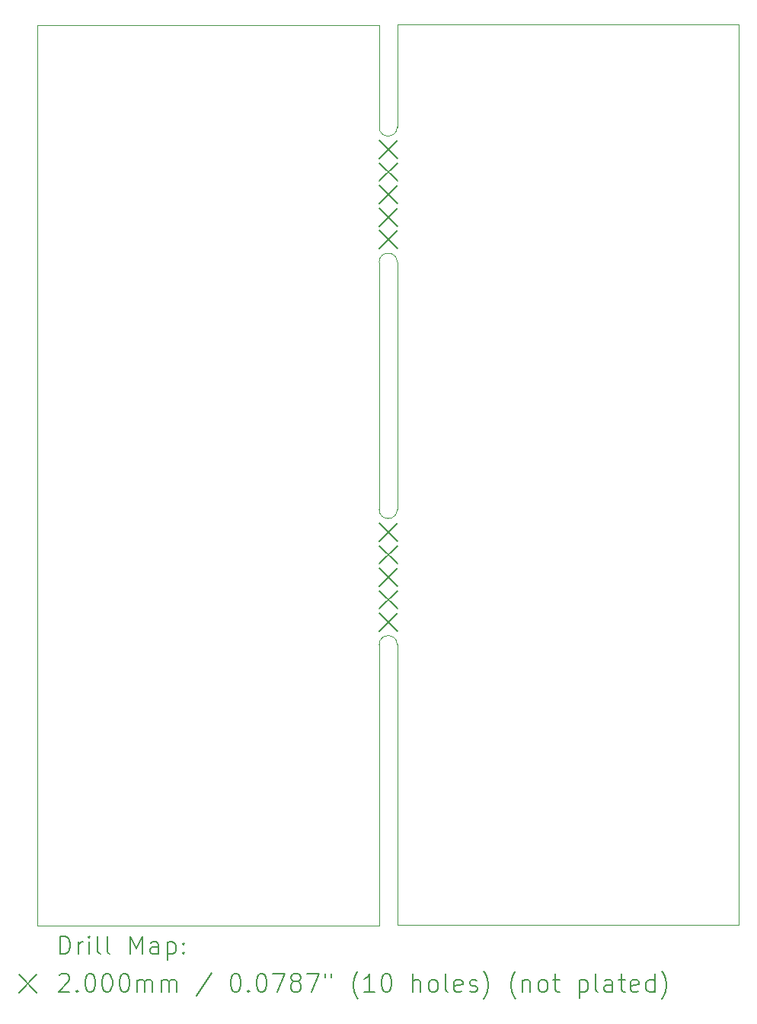
<source format=gbr>
%FSLAX45Y45*%
G04 Gerber Fmt 4.5, Leading zero omitted, Abs format (unit mm)*
G04 Created by KiCad (PCBNEW 5.99.0-unknown-fb4343bc8f~130~ubuntu20.04.1) date 2021-06-28 22:27:08*
%MOMM*%
%LPD*%
G01*
G04 APERTURE LIST*
%TA.AperFunction,Profile*%
%ADD10C,0.100000*%
%TD*%
%ADD11C,0.200000*%
G04 APERTURE END LIST*
D10*
X7850000Y-5185000D02*
X7850000Y-6322500D01*
X7650000Y-6322500D02*
X7650000Y-5190000D01*
X7850000Y-15185000D02*
X7850000Y-12070000D01*
X7650000Y-12070000D02*
X7650000Y-15190000D01*
X7650000Y-7822500D02*
X7650000Y-10570000D01*
X7850000Y-10570000D02*
X7850000Y-7822500D01*
X7850000Y-10570000D02*
G75*
G02*
X7650000Y-10570000I-100000J0D01*
G01*
X7650000Y-12070000D02*
G75*
G02*
X7850000Y-12070000I100000J0D01*
G01*
X7650000Y-7822500D02*
G75*
G02*
X7850000Y-7822500I100000J0D01*
G01*
X7850000Y-6322500D02*
G75*
G02*
X7650000Y-6322500I-100000J0D01*
G01*
X3850000Y-15190000D02*
X3850000Y-5190000D01*
X7650000Y-15190000D02*
X3850000Y-15190000D01*
X3850000Y-5190000D02*
X7650000Y-5190000D01*
X11650000Y-15185000D02*
X7850000Y-15185000D01*
X11650000Y-5185000D02*
X11650000Y-15185000D01*
X7850000Y-5185000D02*
X11650000Y-5185000D01*
D11*
X7650000Y-6472500D02*
X7850000Y-6672500D01*
X7850000Y-6472500D02*
X7650000Y-6672500D01*
X7650000Y-6722500D02*
X7850000Y-6922500D01*
X7850000Y-6722500D02*
X7650000Y-6922500D01*
X7650000Y-6972500D02*
X7850000Y-7172500D01*
X7850000Y-6972500D02*
X7650000Y-7172500D01*
X7650000Y-7222500D02*
X7850000Y-7422500D01*
X7850000Y-7222500D02*
X7650000Y-7422500D01*
X7650000Y-7472500D02*
X7850000Y-7672500D01*
X7850000Y-7472500D02*
X7650000Y-7672500D01*
X7650000Y-10720000D02*
X7850000Y-10920000D01*
X7850000Y-10720000D02*
X7650000Y-10920000D01*
X7650000Y-10970000D02*
X7850000Y-11170000D01*
X7850000Y-10970000D02*
X7650000Y-11170000D01*
X7650000Y-11220000D02*
X7850000Y-11420000D01*
X7850000Y-11220000D02*
X7650000Y-11420000D01*
X7650000Y-11470000D02*
X7850000Y-11670000D01*
X7850000Y-11470000D02*
X7650000Y-11670000D01*
X7650000Y-11720000D02*
X7850000Y-11920000D01*
X7850000Y-11720000D02*
X7650000Y-11920000D01*
X4102619Y-15505476D02*
X4102619Y-15305476D01*
X4150238Y-15305476D01*
X4178809Y-15315000D01*
X4197857Y-15334048D01*
X4207381Y-15353095D01*
X4216905Y-15391190D01*
X4216905Y-15419762D01*
X4207381Y-15457857D01*
X4197857Y-15476905D01*
X4178809Y-15495952D01*
X4150238Y-15505476D01*
X4102619Y-15505476D01*
X4302619Y-15505476D02*
X4302619Y-15372143D01*
X4302619Y-15410238D02*
X4312143Y-15391190D01*
X4321667Y-15381667D01*
X4340714Y-15372143D01*
X4359762Y-15372143D01*
X4426429Y-15505476D02*
X4426429Y-15372143D01*
X4426429Y-15305476D02*
X4416905Y-15315000D01*
X4426429Y-15324524D01*
X4435952Y-15315000D01*
X4426429Y-15305476D01*
X4426429Y-15324524D01*
X4550238Y-15505476D02*
X4531190Y-15495952D01*
X4521667Y-15476905D01*
X4521667Y-15305476D01*
X4655000Y-15505476D02*
X4635952Y-15495952D01*
X4626429Y-15476905D01*
X4626429Y-15305476D01*
X4883571Y-15505476D02*
X4883571Y-15305476D01*
X4950238Y-15448333D01*
X5016905Y-15305476D01*
X5016905Y-15505476D01*
X5197857Y-15505476D02*
X5197857Y-15400714D01*
X5188333Y-15381667D01*
X5169286Y-15372143D01*
X5131190Y-15372143D01*
X5112143Y-15381667D01*
X5197857Y-15495952D02*
X5178810Y-15505476D01*
X5131190Y-15505476D01*
X5112143Y-15495952D01*
X5102619Y-15476905D01*
X5102619Y-15457857D01*
X5112143Y-15438809D01*
X5131190Y-15429286D01*
X5178810Y-15429286D01*
X5197857Y-15419762D01*
X5293095Y-15372143D02*
X5293095Y-15572143D01*
X5293095Y-15381667D02*
X5312143Y-15372143D01*
X5350238Y-15372143D01*
X5369286Y-15381667D01*
X5378810Y-15391190D01*
X5388333Y-15410238D01*
X5388333Y-15467381D01*
X5378810Y-15486428D01*
X5369286Y-15495952D01*
X5350238Y-15505476D01*
X5312143Y-15505476D01*
X5293095Y-15495952D01*
X5474048Y-15486428D02*
X5483571Y-15495952D01*
X5474048Y-15505476D01*
X5464524Y-15495952D01*
X5474048Y-15486428D01*
X5474048Y-15505476D01*
X5474048Y-15381667D02*
X5483571Y-15391190D01*
X5474048Y-15400714D01*
X5464524Y-15391190D01*
X5474048Y-15381667D01*
X5474048Y-15400714D01*
X3645000Y-15735000D02*
X3845000Y-15935000D01*
X3845000Y-15735000D02*
X3645000Y-15935000D01*
X4093095Y-15744524D02*
X4102619Y-15735000D01*
X4121667Y-15725476D01*
X4169286Y-15725476D01*
X4188333Y-15735000D01*
X4197857Y-15744524D01*
X4207381Y-15763571D01*
X4207381Y-15782619D01*
X4197857Y-15811190D01*
X4083571Y-15925476D01*
X4207381Y-15925476D01*
X4293095Y-15906428D02*
X4302619Y-15915952D01*
X4293095Y-15925476D01*
X4283571Y-15915952D01*
X4293095Y-15906428D01*
X4293095Y-15925476D01*
X4426429Y-15725476D02*
X4445476Y-15725476D01*
X4464524Y-15735000D01*
X4474048Y-15744524D01*
X4483571Y-15763571D01*
X4493095Y-15801667D01*
X4493095Y-15849286D01*
X4483571Y-15887381D01*
X4474048Y-15906428D01*
X4464524Y-15915952D01*
X4445476Y-15925476D01*
X4426429Y-15925476D01*
X4407381Y-15915952D01*
X4397857Y-15906428D01*
X4388333Y-15887381D01*
X4378810Y-15849286D01*
X4378810Y-15801667D01*
X4388333Y-15763571D01*
X4397857Y-15744524D01*
X4407381Y-15735000D01*
X4426429Y-15725476D01*
X4616905Y-15725476D02*
X4635952Y-15725476D01*
X4655000Y-15735000D01*
X4664524Y-15744524D01*
X4674048Y-15763571D01*
X4683571Y-15801667D01*
X4683571Y-15849286D01*
X4674048Y-15887381D01*
X4664524Y-15906428D01*
X4655000Y-15915952D01*
X4635952Y-15925476D01*
X4616905Y-15925476D01*
X4597857Y-15915952D01*
X4588333Y-15906428D01*
X4578810Y-15887381D01*
X4569286Y-15849286D01*
X4569286Y-15801667D01*
X4578810Y-15763571D01*
X4588333Y-15744524D01*
X4597857Y-15735000D01*
X4616905Y-15725476D01*
X4807381Y-15725476D02*
X4826429Y-15725476D01*
X4845476Y-15735000D01*
X4855000Y-15744524D01*
X4864524Y-15763571D01*
X4874048Y-15801667D01*
X4874048Y-15849286D01*
X4864524Y-15887381D01*
X4855000Y-15906428D01*
X4845476Y-15915952D01*
X4826429Y-15925476D01*
X4807381Y-15925476D01*
X4788333Y-15915952D01*
X4778810Y-15906428D01*
X4769286Y-15887381D01*
X4759762Y-15849286D01*
X4759762Y-15801667D01*
X4769286Y-15763571D01*
X4778810Y-15744524D01*
X4788333Y-15735000D01*
X4807381Y-15725476D01*
X4959762Y-15925476D02*
X4959762Y-15792143D01*
X4959762Y-15811190D02*
X4969286Y-15801667D01*
X4988333Y-15792143D01*
X5016905Y-15792143D01*
X5035952Y-15801667D01*
X5045476Y-15820714D01*
X5045476Y-15925476D01*
X5045476Y-15820714D02*
X5055000Y-15801667D01*
X5074048Y-15792143D01*
X5102619Y-15792143D01*
X5121667Y-15801667D01*
X5131190Y-15820714D01*
X5131190Y-15925476D01*
X5226429Y-15925476D02*
X5226429Y-15792143D01*
X5226429Y-15811190D02*
X5235952Y-15801667D01*
X5255000Y-15792143D01*
X5283571Y-15792143D01*
X5302619Y-15801667D01*
X5312143Y-15820714D01*
X5312143Y-15925476D01*
X5312143Y-15820714D02*
X5321667Y-15801667D01*
X5340714Y-15792143D01*
X5369286Y-15792143D01*
X5388333Y-15801667D01*
X5397857Y-15820714D01*
X5397857Y-15925476D01*
X5788333Y-15715952D02*
X5616905Y-15973095D01*
X6045476Y-15725476D02*
X6064524Y-15725476D01*
X6083571Y-15735000D01*
X6093095Y-15744524D01*
X6102619Y-15763571D01*
X6112143Y-15801667D01*
X6112143Y-15849286D01*
X6102619Y-15887381D01*
X6093095Y-15906428D01*
X6083571Y-15915952D01*
X6064524Y-15925476D01*
X6045476Y-15925476D01*
X6026428Y-15915952D01*
X6016905Y-15906428D01*
X6007381Y-15887381D01*
X5997857Y-15849286D01*
X5997857Y-15801667D01*
X6007381Y-15763571D01*
X6016905Y-15744524D01*
X6026428Y-15735000D01*
X6045476Y-15725476D01*
X6197857Y-15906428D02*
X6207381Y-15915952D01*
X6197857Y-15925476D01*
X6188333Y-15915952D01*
X6197857Y-15906428D01*
X6197857Y-15925476D01*
X6331190Y-15725476D02*
X6350238Y-15725476D01*
X6369286Y-15735000D01*
X6378809Y-15744524D01*
X6388333Y-15763571D01*
X6397857Y-15801667D01*
X6397857Y-15849286D01*
X6388333Y-15887381D01*
X6378809Y-15906428D01*
X6369286Y-15915952D01*
X6350238Y-15925476D01*
X6331190Y-15925476D01*
X6312143Y-15915952D01*
X6302619Y-15906428D01*
X6293095Y-15887381D01*
X6283571Y-15849286D01*
X6283571Y-15801667D01*
X6293095Y-15763571D01*
X6302619Y-15744524D01*
X6312143Y-15735000D01*
X6331190Y-15725476D01*
X6464524Y-15725476D02*
X6597857Y-15725476D01*
X6512143Y-15925476D01*
X6702619Y-15811190D02*
X6683571Y-15801667D01*
X6674048Y-15792143D01*
X6664524Y-15773095D01*
X6664524Y-15763571D01*
X6674048Y-15744524D01*
X6683571Y-15735000D01*
X6702619Y-15725476D01*
X6740714Y-15725476D01*
X6759762Y-15735000D01*
X6769286Y-15744524D01*
X6778809Y-15763571D01*
X6778809Y-15773095D01*
X6769286Y-15792143D01*
X6759762Y-15801667D01*
X6740714Y-15811190D01*
X6702619Y-15811190D01*
X6683571Y-15820714D01*
X6674048Y-15830238D01*
X6664524Y-15849286D01*
X6664524Y-15887381D01*
X6674048Y-15906428D01*
X6683571Y-15915952D01*
X6702619Y-15925476D01*
X6740714Y-15925476D01*
X6759762Y-15915952D01*
X6769286Y-15906428D01*
X6778809Y-15887381D01*
X6778809Y-15849286D01*
X6769286Y-15830238D01*
X6759762Y-15820714D01*
X6740714Y-15811190D01*
X6845476Y-15725476D02*
X6978809Y-15725476D01*
X6893095Y-15925476D01*
X7045476Y-15725476D02*
X7045476Y-15763571D01*
X7121667Y-15725476D02*
X7121667Y-15763571D01*
X7416905Y-16001667D02*
X7407381Y-15992143D01*
X7388333Y-15963571D01*
X7378809Y-15944524D01*
X7369286Y-15915952D01*
X7359762Y-15868333D01*
X7359762Y-15830238D01*
X7369286Y-15782619D01*
X7378809Y-15754048D01*
X7388333Y-15735000D01*
X7407381Y-15706428D01*
X7416905Y-15696905D01*
X7597857Y-15925476D02*
X7483571Y-15925476D01*
X7540714Y-15925476D02*
X7540714Y-15725476D01*
X7521667Y-15754048D01*
X7502619Y-15773095D01*
X7483571Y-15782619D01*
X7721667Y-15725476D02*
X7740714Y-15725476D01*
X7759762Y-15735000D01*
X7769286Y-15744524D01*
X7778809Y-15763571D01*
X7788333Y-15801667D01*
X7788333Y-15849286D01*
X7778809Y-15887381D01*
X7769286Y-15906428D01*
X7759762Y-15915952D01*
X7740714Y-15925476D01*
X7721667Y-15925476D01*
X7702619Y-15915952D01*
X7693095Y-15906428D01*
X7683571Y-15887381D01*
X7674048Y-15849286D01*
X7674048Y-15801667D01*
X7683571Y-15763571D01*
X7693095Y-15744524D01*
X7702619Y-15735000D01*
X7721667Y-15725476D01*
X8026428Y-15925476D02*
X8026428Y-15725476D01*
X8112143Y-15925476D02*
X8112143Y-15820714D01*
X8102619Y-15801667D01*
X8083571Y-15792143D01*
X8055000Y-15792143D01*
X8035952Y-15801667D01*
X8026428Y-15811190D01*
X8235952Y-15925476D02*
X8216905Y-15915952D01*
X8207381Y-15906428D01*
X8197857Y-15887381D01*
X8197857Y-15830238D01*
X8207381Y-15811190D01*
X8216905Y-15801667D01*
X8235952Y-15792143D01*
X8264524Y-15792143D01*
X8283571Y-15801667D01*
X8293095Y-15811190D01*
X8302619Y-15830238D01*
X8302619Y-15887381D01*
X8293095Y-15906428D01*
X8283571Y-15915952D01*
X8264524Y-15925476D01*
X8235952Y-15925476D01*
X8416905Y-15925476D02*
X8397857Y-15915952D01*
X8388333Y-15896905D01*
X8388333Y-15725476D01*
X8569286Y-15915952D02*
X8550238Y-15925476D01*
X8512143Y-15925476D01*
X8493095Y-15915952D01*
X8483571Y-15896905D01*
X8483571Y-15820714D01*
X8493095Y-15801667D01*
X8512143Y-15792143D01*
X8550238Y-15792143D01*
X8569286Y-15801667D01*
X8578810Y-15820714D01*
X8578810Y-15839762D01*
X8483571Y-15858809D01*
X8655000Y-15915952D02*
X8674048Y-15925476D01*
X8712143Y-15925476D01*
X8731190Y-15915952D01*
X8740714Y-15896905D01*
X8740714Y-15887381D01*
X8731190Y-15868333D01*
X8712143Y-15858809D01*
X8683571Y-15858809D01*
X8664524Y-15849286D01*
X8655000Y-15830238D01*
X8655000Y-15820714D01*
X8664524Y-15801667D01*
X8683571Y-15792143D01*
X8712143Y-15792143D01*
X8731190Y-15801667D01*
X8807381Y-16001667D02*
X8816905Y-15992143D01*
X8835952Y-15963571D01*
X8845476Y-15944524D01*
X8855000Y-15915952D01*
X8864524Y-15868333D01*
X8864524Y-15830238D01*
X8855000Y-15782619D01*
X8845476Y-15754048D01*
X8835952Y-15735000D01*
X8816905Y-15706428D01*
X8807381Y-15696905D01*
X9169286Y-16001667D02*
X9159762Y-15992143D01*
X9140714Y-15963571D01*
X9131190Y-15944524D01*
X9121667Y-15915952D01*
X9112143Y-15868333D01*
X9112143Y-15830238D01*
X9121667Y-15782619D01*
X9131190Y-15754048D01*
X9140714Y-15735000D01*
X9159762Y-15706428D01*
X9169286Y-15696905D01*
X9245476Y-15792143D02*
X9245476Y-15925476D01*
X9245476Y-15811190D02*
X9255000Y-15801667D01*
X9274048Y-15792143D01*
X9302619Y-15792143D01*
X9321667Y-15801667D01*
X9331190Y-15820714D01*
X9331190Y-15925476D01*
X9455000Y-15925476D02*
X9435952Y-15915952D01*
X9426429Y-15906428D01*
X9416905Y-15887381D01*
X9416905Y-15830238D01*
X9426429Y-15811190D01*
X9435952Y-15801667D01*
X9455000Y-15792143D01*
X9483571Y-15792143D01*
X9502619Y-15801667D01*
X9512143Y-15811190D01*
X9521667Y-15830238D01*
X9521667Y-15887381D01*
X9512143Y-15906428D01*
X9502619Y-15915952D01*
X9483571Y-15925476D01*
X9455000Y-15925476D01*
X9578810Y-15792143D02*
X9655000Y-15792143D01*
X9607381Y-15725476D02*
X9607381Y-15896905D01*
X9616905Y-15915952D01*
X9635952Y-15925476D01*
X9655000Y-15925476D01*
X9874048Y-15792143D02*
X9874048Y-15992143D01*
X9874048Y-15801667D02*
X9893095Y-15792143D01*
X9931190Y-15792143D01*
X9950238Y-15801667D01*
X9959762Y-15811190D01*
X9969286Y-15830238D01*
X9969286Y-15887381D01*
X9959762Y-15906428D01*
X9950238Y-15915952D01*
X9931190Y-15925476D01*
X9893095Y-15925476D01*
X9874048Y-15915952D01*
X10083571Y-15925476D02*
X10064524Y-15915952D01*
X10055000Y-15896905D01*
X10055000Y-15725476D01*
X10245476Y-15925476D02*
X10245476Y-15820714D01*
X10235952Y-15801667D01*
X10216905Y-15792143D01*
X10178810Y-15792143D01*
X10159762Y-15801667D01*
X10245476Y-15915952D02*
X10226429Y-15925476D01*
X10178810Y-15925476D01*
X10159762Y-15915952D01*
X10150238Y-15896905D01*
X10150238Y-15877857D01*
X10159762Y-15858809D01*
X10178810Y-15849286D01*
X10226429Y-15849286D01*
X10245476Y-15839762D01*
X10312143Y-15792143D02*
X10388333Y-15792143D01*
X10340714Y-15725476D02*
X10340714Y-15896905D01*
X10350238Y-15915952D01*
X10369286Y-15925476D01*
X10388333Y-15925476D01*
X10531190Y-15915952D02*
X10512143Y-15925476D01*
X10474048Y-15925476D01*
X10455000Y-15915952D01*
X10445476Y-15896905D01*
X10445476Y-15820714D01*
X10455000Y-15801667D01*
X10474048Y-15792143D01*
X10512143Y-15792143D01*
X10531190Y-15801667D01*
X10540714Y-15820714D01*
X10540714Y-15839762D01*
X10445476Y-15858809D01*
X10712143Y-15925476D02*
X10712143Y-15725476D01*
X10712143Y-15915952D02*
X10693095Y-15925476D01*
X10655000Y-15925476D01*
X10635952Y-15915952D01*
X10626429Y-15906428D01*
X10616905Y-15887381D01*
X10616905Y-15830238D01*
X10626429Y-15811190D01*
X10635952Y-15801667D01*
X10655000Y-15792143D01*
X10693095Y-15792143D01*
X10712143Y-15801667D01*
X10788333Y-16001667D02*
X10797857Y-15992143D01*
X10816905Y-15963571D01*
X10826429Y-15944524D01*
X10835952Y-15915952D01*
X10845476Y-15868333D01*
X10845476Y-15830238D01*
X10835952Y-15782619D01*
X10826429Y-15754048D01*
X10816905Y-15735000D01*
X10797857Y-15706428D01*
X10788333Y-15696905D01*
M02*

</source>
